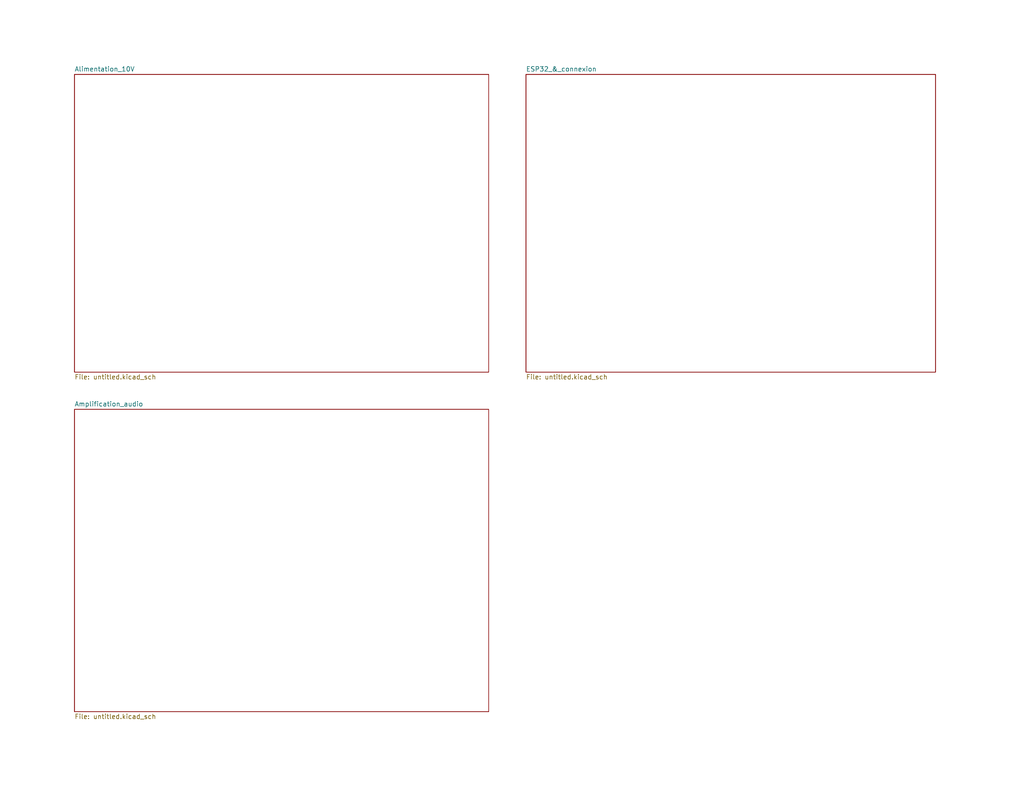
<source format=kicad_sch>
(kicad_sch (version 20211123) (generator eeschema)
  (paper "USLetter")
  (title_block (title "Ecou-Terre") (date "2023-01-30") (rev "V1.0") (company "Cégep de Sherbrooke & CRIFA") (comment 1 "Jacob Turcotte") (comment 2 "Eric Gingras"))
  (lib_symbols)
  (sheet (at 143.51 20.32) (size 111.76 81.28) (stroke (width 0.1524))
    (property "Sheet name" "ESP32_&_connexion" (at 143.51 19.6084 0) (effects (justify left bottom)))
    (property "Sheet file" "untitled.kicad_sch" (at 143.51 102.1846 0) (effects (justify left top)))
  )
  (sheet (at 20.32 111.76) (size 113.03 82.55) (stroke (width 0.1524))
    (property "Sheet name" "Amplification_audio" (at 20.32 111.0484 0) (effects (justify left bottom)))
    (property "Sheet file" "untitled.kicad_sch" (at 20.32 194.8946 0) (effects (justify left top)))
  )
  (sheet (at 20.32 20.32) (size 113.03 81.28) (stroke (width 0.1524))
    (property "Sheet name" "Alimentation_10V" (at 20.32 19.6084 0) (effects (justify left bottom)))
    (property "Sheet file" "untitled.kicad_sch" (at 20.32 102.1846 0) (effects (justify left top)))
  )
)
</source>
